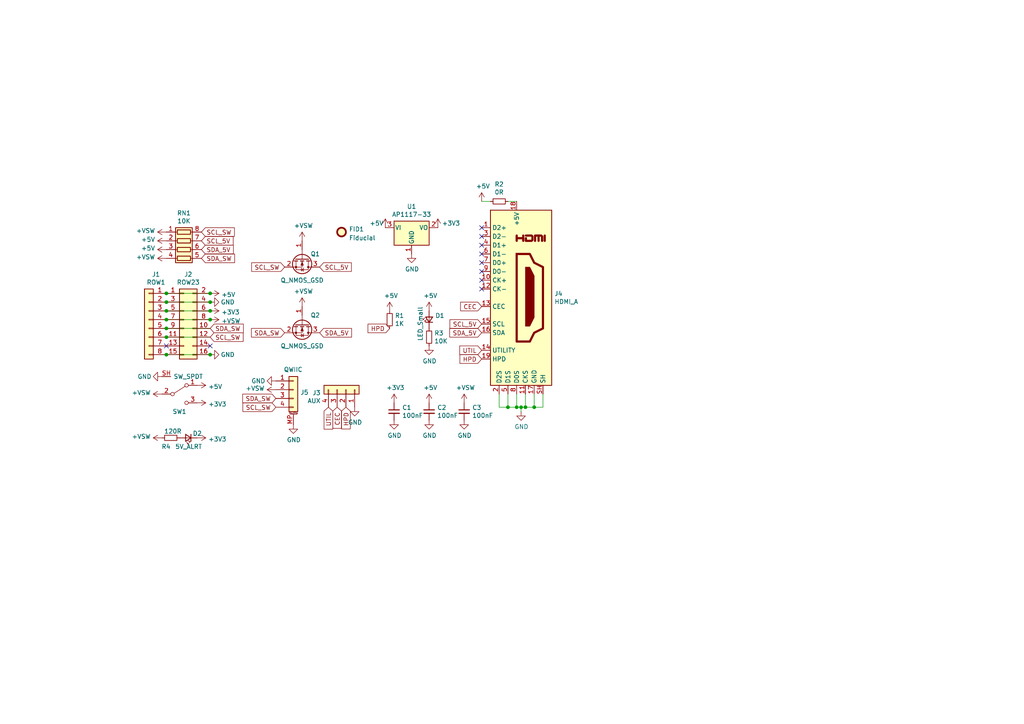
<source format=kicad_sch>
(kicad_sch (version 20211123) (generator eeschema)
  (paper "A4")
  (lib_symbols
    (symbol "Connector:HDMI_A"
      (property "Reference" "J" (at -6.35 26.67 0))
      (property "Value" "HDMI_A" (at 10.16 26.67 0))
      (symbol "HDMI_A_0_0"
        (polyline (pts (xy 8.128 16.51) (xy 8.128 18.034)) (stroke (width 0.635)))
        (polyline (pts (xy 0 16.51) (xy 0 18.034) (xy 0 17.272) (xy 1.905 17.272) (xy 1.905 18.034) (xy 1.905 16.51)) (stroke (width 0.635)))
        (polyline (pts (xy 2.667 18.034) (xy 4.318 18.034) (xy 4.572 17.78) (xy 4.572 16.764) (xy 4.318 16.51) (xy 2.667 16.51) (xy 2.667 17.272)) (stroke (width 0.635)))
      )
      (symbol "HDMI_A_0_1"
        (rectangle (start -7.62 25.4) (end 10.16 -25.4) (stroke (width 0.254)) (fill (type background)))
        (polyline (pts (xy 2.54 8.89) (xy 3.81 8.89) (xy 5.08 6.35) (xy 5.08 -5.715) (xy 3.81 -8.255) (xy 2.54 -8.255) (xy 2.54 8.89)) (fill (type outline)))
        (polyline (pts (xy 5.334 16.51) (xy 5.334 18.034) (xy 6.35 18.034) (xy 6.35 16.51) (xy 6.35 18.034) (xy 7.112 18.034) (xy 7.366 17.78) (xy 7.366 16.51)) (stroke (width 0.635)))
        (polyline (pts (xy 0 12.7) (xy 0 -12.7) (xy 3.81 -12.7) (xy 5.08 -10.16) (xy 7.62 -8.89) (xy 7.62 8.89) (xy 5.08 10.16) (xy 3.81 12.7) (xy 0 12.7)) (stroke (width 0.635)))
      )
      (symbol "HDMI_A_1_1"
        (pin passive line (at -10.16 20.32 0) (length 2.54) (name "D2+") (number "1"))
        (pin passive line (at -10.16 5.08 0) (length 2.54) (name "CK+") (number "10"))
        (pin power_in line (at 2.54 -27.94 90) (length 2.54) (name "CKS") (number "11"))
        (pin passive line (at -10.16 2.54 0) (length 2.54) (name "CK-") (number "12"))
        (pin bidirectional line (at -10.16 -2.54 0) (length 2.54) (name "CEC") (number "13"))
        (pin passive line (at -10.16 -15.24 0) (length 2.54) (name "UTILITY") (number "14"))
        (pin passive line (at -10.16 -7.62 0) (length 2.54) (name "SCL") (number "15"))
        (pin bidirectional line (at -10.16 -10.16 0) (length 2.54) (name "SDA") (number "16"))
        (pin power_in line (at 5.08 -27.94 90) (length 2.54) (name "GND") (number "17"))
        (pin power_in line (at 0 27.94 270) (length 2.54) (name "+5V") (number "18"))
        (pin passive line (at -10.16 -17.78 0) (length 2.54) (name "HPD") (number "19"))
        (pin power_in line (at -5.08 -27.94 90) (length 2.54) (name "D2S") (number "2"))
        (pin passive line (at -10.16 17.78 0) (length 2.54) (name "D2-") (number "3"))
        (pin passive line (at -10.16 15.24 0) (length 2.54) (name "D1+") (number "4"))
        (pin power_in line (at -2.54 -27.94 90) (length 2.54) (name "D1S") (number "5"))
        (pin passive line (at -10.16 12.7 0) (length 2.54) (name "D1-") (number "6"))
        (pin passive line (at -10.16 10.16 0) (length 2.54) (name "D0+") (number "7"))
        (pin power_in line (at 0 -27.94 90) (length 2.54) (name "D0S") (number "8"))
        (pin passive line (at -10.16 7.62 0) (length 2.54) (name "D0-") (number "9"))
        (pin passive line (at 7.62 -27.94 90) (length 2.54) (name "SH") (number "SH"))
      )
    )
    (symbol "Connector_Generic:Conn_01x04" (pin_names (offset 1.016) hide)
      (property "Reference" "J" (at 0 5.08 0))
      (property "Value" "Conn_01x04" (at 0 -7.62 0))
      (symbol "Conn_01x04_1_1"
        (rectangle (start -1.27 -4.953) (end 0 -5.207) (stroke (width 0.1524)))
        (rectangle (start -1.27 -2.413) (end 0 -2.667) (stroke (width 0.1524)))
        (rectangle (start -1.27 0.127) (end 0 -0.127) (stroke (width 0.1524)))
        (rectangle (start -1.27 2.667) (end 0 2.413) (stroke (width 0.1524)))
        (rectangle (start -1.27 3.81) (end 1.27 -6.35) (stroke (width 0.254)) (fill (type background)))
        (pin passive line (at -5.08 2.54 0) (length 3.81) (name "Pin_1") (number "1"))
        (pin passive line (at -5.08 0 0) (length 3.81) (name "Pin_2") (number "2"))
        (pin passive line (at -5.08 -2.54 0) (length 3.81) (name "Pin_3") (number "3"))
        (pin passive line (at -5.08 -5.08 0) (length 3.81) (name "Pin_4") (number "4"))
      )
    )
    (symbol "Connector_Generic:Conn_01x08" (pin_names (offset 1.016) hide)
      (property "Reference" "J" (at 0 10.16 0))
      (property "Value" "Conn_01x08" (at 0 -12.7 0))
      (symbol "Conn_01x08_1_1"
        (rectangle (start -1.27 -10.033) (end 0 -10.287) (stroke (width 0.1524)))
        (rectangle (start -1.27 -7.493) (end 0 -7.747) (stroke (width 0.1524)))
        (rectangle (start -1.27 -4.953) (end 0 -5.207) (stroke (width 0.1524)))
        (rectangle (start -1.27 -2.413) (end 0 -2.667) (stroke (width 0.1524)))
        (rectangle (start -1.27 0.127) (end 0 -0.127) (stroke (width 0.1524)))
        (rectangle (start -1.27 2.667) (end 0 2.413) (stroke (width 0.1524)))
        (rectangle (start -1.27 5.207) (end 0 4.953) (stroke (width 0.1524)))
        (rectangle (start -1.27 7.747) (end 0 7.493) (stroke (width 0.1524)))
        (rectangle (start -1.27 8.89) (end 1.27 -11.43) (stroke (width 0.254)) (fill (type background)))
        (pin passive line (at -5.08 7.62 0) (length 3.81) (name "Pin_1") (number "1"))
        (pin passive line (at -5.08 5.08 0) (length 3.81) (name "Pin_2") (number "2"))
        (pin passive line (at -5.08 2.54 0) (length 3.81) (name "Pin_3") (number "3"))
        (pin passive line (at -5.08 0 0) (length 3.81) (name "Pin_4") (number "4"))
        (pin passive line (at -5.08 -2.54 0) (length 3.81) (name "Pin_5") (number "5"))
        (pin passive line (at -5.08 -5.08 0) (length 3.81) (name "Pin_6") (number "6"))
        (pin passive line (at -5.08 -7.62 0) (length 3.81) (name "Pin_7") (number "7"))
        (pin passive line (at -5.08 -10.16 0) (length 3.81) (name "Pin_8") (number "8"))
      )
    )
    (symbol "Connector_Generic:Conn_02x08_Odd_Even" (pin_names (offset 1.016) hide)
      (property "Reference" "J" (at 1.27 10.16 0))
      (property "Value" "Conn_02x08_Odd_Even" (at 1.27 -12.7 0))
      (symbol "Conn_02x08_Odd_Even_1_1"
        (rectangle (start -1.27 -10.033) (end 0 -10.287) (stroke (width 0.1524)))
        (rectangle (start -1.27 -7.493) (end 0 -7.747) (stroke (width 0.1524)))
        (rectangle (start -1.27 -4.953) (end 0 -5.207) (stroke (width 0.1524)))
        (rectangle (start -1.27 -2.413) (end 0 -2.667) (stroke (width 0.1524)))
        (rectangle (start -1.27 0.127) (end 0 -0.127) (stroke (width 0.1524)))
        (rectangle (start -1.27 2.667) (end 0 2.413) (stroke (width 0.1524)))
        (rectangle (start -1.27 5.207) (end 0 4.953) (stroke (width 0.1524)))
        (rectangle (start -1.27 7.747) (end 0 7.493) (stroke (width 0.1524)))
        (rectangle (start -1.27 8.89) (end 3.81 -11.43) (stroke (width 0.254)) (fill (type background)))
        (rectangle (start 3.81 -10.033) (end 2.54 -10.287) (stroke (width 0.1524)))
        (rectangle (start 3.81 -7.493) (end 2.54 -7.747) (stroke (width 0.1524)))
        (rectangle (start 3.81 -4.953) (end 2.54 -5.207) (stroke (width 0.1524)))
        (rectangle (start 3.81 -2.413) (end 2.54 -2.667) (stroke (width 0.1524)))
        (rectangle (start 3.81 0.127) (end 2.54 -0.127) (stroke (width 0.1524)))
        (rectangle (start 3.81 2.667) (end 2.54 2.413) (stroke (width 0.1524)))
        (rectangle (start 3.81 5.207) (end 2.54 4.953) (stroke (width 0.1524)))
        (rectangle (start 3.81 7.747) (end 2.54 7.493) (stroke (width 0.1524)))
        (pin passive line (at -5.08 7.62 0) (length 3.81) (name "Pin_1") (number "1"))
        (pin passive line (at 7.62 -2.54 180) (length 3.81) (name "Pin_10") (number "10"))
        (pin passive line (at -5.08 -5.08 0) (length 3.81) (name "Pin_11") (number "11"))
        (pin passive line (at 7.62 -5.08 180) (length 3.81) (name "Pin_12") (number "12"))
        (pin passive line (at -5.08 -7.62 0) (length 3.81) (name "Pin_13") (number "13"))
        (pin passive line (at 7.62 -7.62 180) (length 3.81) (name "Pin_14") (number "14"))
        (pin passive line (at -5.08 -10.16 0) (length 3.81) (name "Pin_15") (number "15"))
        (pin passive line (at 7.62 -10.16 180) (length 3.81) (name "Pin_16") (number "16"))
        (pin passive line (at 7.62 7.62 180) (length 3.81) (name "Pin_2") (number "2"))
        (pin passive line (at -5.08 5.08 0) (length 3.81) (name "Pin_3") (number "3"))
        (pin passive line (at 7.62 5.08 180) (length 3.81) (name "Pin_4") (number "4"))
        (pin passive line (at -5.08 2.54 0) (length 3.81) (name "Pin_5") (number "5"))
        (pin passive line (at 7.62 2.54 180) (length 3.81) (name "Pin_6") (number "6"))
        (pin passive line (at -5.08 0 0) (length 3.81) (name "Pin_7") (number "7"))
        (pin passive line (at 7.62 0 180) (length 3.81) (name "Pin_8") (number "8"))
        (pin passive line (at -5.08 -2.54 0) (length 3.81) (name "Pin_9") (number "9"))
      )
    )
    (symbol "Connector_Generic_MountingPin:Conn_01x04_MountingPin" (pin_names (offset 1.016) hide)
      (property "Reference" "J" (at 0 5.08 0))
      (property "Value" "Conn_01x04_MountingPin" (at 1.27 -7.62 0))
      (symbol "Conn_01x04_MountingPin_1_1"
        (rectangle (start -1.27 -4.953) (end 0 -5.207) (stroke (width 0.1524)))
        (rectangle (start -1.27 -2.413) (end 0 -2.667) (stroke (width 0.1524)))
        (rectangle (start -1.27 0.127) (end 0 -0.127) (stroke (width 0.1524)))
        (rectangle (start -1.27 2.667) (end 0 2.413) (stroke (width 0.1524)))
        (rectangle (start -1.27 3.81) (end 1.27 -6.35) (stroke (width 0.254)) (fill (type background)))
        (polyline (pts (xy -1.016 -7.112) (xy 1.016 -7.112)) (stroke (width 0.1524)))
        (text "Mounting" (at 0 -6.731 0) (effects (font (size 0.381 0.381))))
        (pin passive line (at -5.08 2.54 0) (length 3.81) (name "Pin_1") (number "1"))
        (pin passive line (at -5.08 0 0) (length 3.81) (name "Pin_2") (number "2"))
        (pin passive line (at -5.08 -2.54 0) (length 3.81) (name "Pin_3") (number "3"))
        (pin passive line (at -5.08 -5.08 0) (length 3.81) (name "Pin_4") (number "4"))
        (pin passive line (at 0 -10.16 90) (length 3.048) (name "MountPin") (number "MP"))
      )
    )
    (symbol "Device:C_Small" (pin_numbers hide) (pin_names (offset 0.254) hide)
      (property "Reference" "C" (at 0.254 1.778 0))
      (property "Value" "C_Small" (at 0.254 -2.032 0))
      (symbol "C_Small_0_1"
        (polyline (pts (xy -1.524 -0.508) (xy 1.524 -0.508)) (stroke (width 0.3302)))
        (polyline (pts (xy -1.524 0.508) (xy 1.524 0.508)) (stroke (width 0.3048)))
      )
      (symbol "C_Small_1_1"
        (pin passive line (at 0 2.54 270) (length 2.032) (name "~") (number "1"))
        (pin passive line (at 0 -2.54 90) (length 2.032) (name "~") (number "2"))
      )
    )
    (symbol "Device:LED_Small" (pin_numbers hide) (pin_names (offset 0.254) hide)
      (property "Reference" "D" (at -1.27 3.175 0))
      (property "Value" "LED_Small" (at -4.445 -2.54 0))
      (symbol "LED_Small_0_1"
        (polyline (pts (xy -0.762 -1.016) (xy -0.762 1.016)) (stroke (width 0.254)))
        (polyline (pts (xy 1.016 0) (xy -0.762 0)))
        (polyline (pts (xy 0.762 -1.016) (xy -0.762 0) (xy 0.762 1.016) (xy 0.762 -1.016)) (stroke (width 0.254)))
        (polyline (pts (xy 0 0.762) (xy -0.508 1.27) (xy -0.254 1.27) (xy -0.508 1.27) (xy -0.508 1.016)))
        (polyline (pts (xy 0.508 1.27) (xy 0 1.778) (xy 0.254 1.778) (xy 0 1.778) (xy 0 1.524)))
      )
      (symbol "LED_Small_1_1"
        (pin passive line (at -2.54 0 0) (length 1.778) (name "K") (number "1"))
        (pin passive line (at 2.54 0 180) (length 1.778) (name "A") (number "2"))
      )
    )
    (symbol "Device:Q_NMOS_GSD" (pin_names (offset 0) hide)
      (property "Reference" "Q" (at 5.08 1.27 0))
      (property "Value" "Q_NMOS_GSD" (at 5.08 -1.27 0))
      (symbol "Q_NMOS_GSD_0_1"
        (polyline (pts (xy 0.254 0) (xy -2.54 0)))
        (polyline (pts (xy 0.254 1.905) (xy 0.254 -1.905)) (stroke (width 0.254)))
        (polyline (pts (xy 0.762 -1.27) (xy 0.762 -2.286)) (stroke (width 0.254)))
        (polyline (pts (xy 0.762 0.508) (xy 0.762 -0.508)) (stroke (width 0.254)))
        (polyline (pts (xy 0.762 2.286) (xy 0.762 1.27)) (stroke (width 0.254)))
        (polyline (pts (xy 2.54 2.54) (xy 2.54 1.778)))
        (polyline (pts (xy 2.54 -2.54) (xy 2.54 0) (xy 0.762 0)))
        (polyline (pts (xy 0.762 -1.778) (xy 3.302 -1.778) (xy 3.302 1.778) (xy 0.762 1.778)))
        (polyline (pts (xy 1.016 0) (xy 2.032 0.381) (xy 2.032 -0.381) (xy 1.016 0)) (fill (type outline)))
        (polyline (pts (xy 2.794 0.508) (xy 2.921 0.381) (xy 3.683 0.381) (xy 3.81 0.254)))
        (polyline (pts (xy 3.302 0.381) (xy 2.921 -0.254) (xy 3.683 -0.254) (xy 3.302 0.381)))
        (circle (center 1.651 0) (radius 2.794) (stroke (width 0.254)))
        (circle (center 2.54 -1.778) (radius 0.254) (fill (type outline)))
        (circle (center 2.54 1.778) (radius 0.254) (fill (type outline)))
      )
      (symbol "Q_NMOS_GSD_1_1"
        (pin input line (at -5.08 0 0) (length 2.54) (name "G") (number "1"))
        (pin passive line (at 2.54 -5.08 90) (length 2.54) (name "S") (number "2"))
        (pin passive line (at 2.54 5.08 270) (length 2.54) (name "D") (number "3"))
      )
    )
    (symbol "Device:R_Pack04" (pin_names (offset 0) hide)
      (property "Reference" "RN" (at -7.62 0 90))
      (property "Value" "R_Pack04" (at 5.08 0 90))
      (symbol "R_Pack04_0_1"
        (rectangle (start -6.35 -2.413) (end 3.81 2.413) (stroke (width 0.254)) (fill (type background)))
        (rectangle (start -5.715 1.905) (end -4.445 -1.905) (stroke (width 0.254)))
        (rectangle (start -3.175 1.905) (end -1.905 -1.905) (stroke (width 0.254)))
        (rectangle (start -0.635 1.905) (end 0.635 -1.905) (stroke (width 0.254)))
        (polyline (pts (xy -5.08 -2.54) (xy -5.08 -1.905)))
        (polyline (pts (xy -5.08 1.905) (xy -5.08 2.54)))
        (polyline (pts (xy -2.54 -2.54) (xy -2.54 -1.905)))
        (polyline (pts (xy -2.54 1.905) (xy -2.54 2.54)))
        (polyline (pts (xy 0 -2.54) (xy 0 -1.905)))
        (polyline (pts (xy 0 1.905) (xy 0 2.54)))
        (polyline (pts (xy 2.54 -2.54) (xy 2.54 -1.905)))
        (polyline (pts (xy 2.54 1.905) (xy 2.54 2.54)))
        (rectangle (start 1.905 1.905) (end 3.175 -1.905) (stroke (width 0.254)))
      )
      (symbol "R_Pack04_1_1"
        (pin passive line (at -5.08 -5.08 90) (length 2.54) (name "R1.1") (number "1"))
        (pin passive line (at -2.54 -5.08 90) (length 2.54) (name "R2.1") (number "2"))
        (pin passive line (at 0 -5.08 90) (length 2.54) (name "R3.1") (number "3"))
        (pin passive line (at 2.54 -5.08 90) (length 2.54) (name "R4.1") (number "4"))
        (pin passive line (at 2.54 5.08 270) (length 2.54) (name "R4.2") (number "5"))
        (pin passive line (at 0 5.08 270) (length 2.54) (name "R3.2") (number "6"))
        (pin passive line (at -2.54 5.08 270) (length 2.54) (name "R2.2") (number "7"))
        (pin passive line (at -5.08 5.08 270) (length 2.54) (name "R1.2") (number "8"))
      )
    )
    (symbol "Device:R_Small" (pin_numbers hide) (pin_names (offset 0.254) hide)
      (property "Reference" "R" (at 0.762 0.508 0))
      (property "Value" "R_Small" (at 0.762 -1.016 0))
      (symbol "R_Small_0_1"
        (rectangle (start -0.762 1.778) (end 0.762 -1.778) (stroke (width 0.2032)))
      )
      (symbol "R_Small_1_1"
        (pin passive line (at 0 2.54 270) (length 0.762) (name "~") (number "1"))
        (pin passive line (at 0 -2.54 90) (length 0.762) (name "~") (number "2"))
      )
    )
    (symbol "Mechanical:Fiducial"
      (property "Reference" "FID" (at 0 5.08 0))
      (property "Value" "Fiducial" (at 0 3.175 0))
      (symbol "Fiducial_0_1"
        (circle (center 0 0) (radius 1.27) (stroke (width 0.508)) (fill (type background)))
      )
    )
    (symbol "Regulator_Linear:AP1117-33" (pin_names (offset 0.254))
      (property "Reference" "U" (at -3.81 3.175 0))
      (property "Value" "AP1117-33" (at 0 3.175 0))
      (symbol "AP1117-33_0_1"
        (rectangle (start -5.08 -5.08) (end 5.08 1.905) (stroke (width 0.254)) (fill (type background)))
      )
      (symbol "AP1117-33_1_1"
        (pin power_in line (at 0 -7.62 90) (length 2.54) (name "GND") (number "1"))
        (pin power_out line (at 7.62 0 180) (length 2.54) (name "VO") (number "2"))
        (pin power_in line (at -7.62 0 0) (length 2.54) (name "VI") (number "3"))
      )
    )
    (symbol "hdmi_i2c_breakout-rescue:+3.3V-power" (power) (pin_names (offset 0))
      (property "Value" "+3.3V-power" (at 0 3.556 0))
      (symbol "+3.3V-power_0_1"
        (polyline (pts (xy -0.762 1.27) (xy 0 2.54)))
        (polyline (pts (xy 0 0) (xy 0 2.54)))
        (polyline (pts (xy 0 2.54) (xy 0.762 1.27)))
      )
      (symbol "+3.3V-power_1_1"
        (pin power_in line (at 0 0 90) (length 0) hide (name "+3V3") (number "1"))
      )
    )
    (symbol "power:+5V" (power) (pin_names (offset 0))
      (property "Value" "+5V" (at 0 3.556 0))
      (symbol "+5V_0_1"
        (polyline (pts (xy -0.762 1.27) (xy 0 2.54)))
        (polyline (pts (xy 0 0) (xy 0 2.54)))
        (polyline (pts (xy 0 2.54) (xy 0.762 1.27)))
      )
      (symbol "+5V_1_1"
        (pin power_in line (at 0 0 90) (length 0) hide (name "+5V") (number "1"))
      )
    )
    (symbol "power:+VSW" (power) (pin_names (offset 0))
      (property "Value" "+VSW" (at 0 3.556 0))
      (symbol "+VSW_0_1"
        (polyline (pts (xy -0.762 1.27) (xy 0 2.54)))
        (polyline (pts (xy 0 0) (xy 0 2.54)))
        (polyline (pts (xy 0 2.54) (xy 0.762 1.27)))
      )
      (symbol "+VSW_1_1"
        (pin power_in line (at 0 0 90) (length 0) hide (name "+VSW") (number "1"))
      )
    )
    (symbol "power:GND" (power) (pin_names (offset 0))
      (property "Value" "GND" (at 0 -3.81 0))
      (symbol "GND_0_1"
        (polyline (pts (xy 0 0) (xy 0 -1.27) (xy 1.27 -1.27) (xy 0 -2.54) (xy -1.27 -1.27) (xy 0 -1.27)))
      )
      (symbol "GND_1_1"
        (pin power_in line (at 0 0 270) (length 0) hide (name "GND") (number "1"))
      )
    )
    (symbol "sw_spdt_sh:SW_SPDT" (pin_names (offset 0) hide)
      (property "Reference" "SW" (at 0 4.318 0))
      (property "Value" "SW_SPDT" (at 0 -5.08 0))
      (symbol "SW_SPDT_0_0"
        (circle (center -2.032 0) (radius 0.508))
        (circle (center 2.032 -2.54) (radius 0.508))
      )
      (symbol "SW_SPDT_0_1"
        (polyline (pts (xy -1.524 0.254) (xy 1.651 2.286)))
        (circle (center 2.032 2.54) (radius 0.508))
      )
      (symbol "SW_SPDT_1_1"
        (pin passive line (at 5.08 2.54 180) (length 2.54) (name "A") (number "1"))
        (pin passive line (at -5.08 0 0) (length 2.54) (name "B") (number "2"))
        (pin passive line (at 5.08 -2.54 180) (length 2.54) (name "C") (number "3"))
        (pin input line (at -5.08 5.08 0) (length 2.54) (name "SH") (number "SH"))
      )
    )
  )
  (junction (at 48.26 90.17))
  (junction (at 60.96 85.09))
  (junction (at 60.96 92.71))
  (junction (at 154.94 118.11))
  (junction (at 149.86 118.11))
  (junction (at 60.96 90.17))
  (junction (at 48.26 97.79))
  (junction (at 152.4 118.11))
  (junction (at 48.26 102.87))
  (junction (at 48.26 85.09))
  (junction (at 60.96 87.63))
  (junction (at 151.13 118.11))
  (junction (at 48.26 92.71))
  (junction (at 60.96 102.87))
  (junction (at 147.32 118.11))
  (junction (at 48.26 87.63))
  (junction (at 48.26 95.25))
  (no_connect (at 48.26 100.33))
  (no_connect (at 139.7 78.74))
  (no_connect (at 139.7 68.58))
  (no_connect (at 139.7 71.12))
  (no_connect (at 139.7 76.2))
  (no_connect (at 139.7 66.04))
  (no_connect (at 139.7 83.82))
  (no_connect (at 139.7 73.66))
  (no_connect (at 60.96 100.33))
  (no_connect (at 139.7 81.28))
  (wire (pts (xy 60.96 85.09) (xy 48.26 85.09)))
  (wire (pts (xy 151.13 118.11) (xy 152.4 118.11)))
  (wire (pts (xy 149.86 114.3) (xy 149.86 118.11)))
  (wire (pts (xy 147.32 118.11) (xy 149.86 118.11)))
  (wire (pts (xy 48.26 92.71) (xy 60.96 92.71)))
  (wire (pts (xy 147.32 114.3) (xy 147.32 118.11)))
  (wire (pts (xy 149.86 118.11) (xy 151.13 118.11)))
  (wire (pts (xy 154.94 118.11) (xy 157.48 118.11)))
  (wire (pts (xy 157.48 118.11) (xy 157.48 114.3)))
  (wire (pts (xy 142.24 58.42) (xy 139.7 58.42)))
  (wire (pts (xy 154.94 114.3) (xy 154.94 118.11)))
  (wire (pts (xy 48.26 95.25) (xy 60.96 95.25)))
  (wire (pts (xy 48.26 87.63) (xy 60.96 87.63)))
  (wire (pts (xy 152.4 114.3) (xy 152.4 118.11)))
  (wire (pts (xy 144.78 118.11) (xy 144.78 114.3)))
  (wire (pts (xy 152.4 118.11) (xy 154.94 118.11)))
  (wire (pts (xy 147.32 58.42) (xy 149.86 58.42)))
  (wire (pts (xy 60.96 90.17) (xy 48.26 90.17)))
  (wire (pts (xy 151.13 119.38) (xy 151.13 118.11)))
  (wire (pts (xy 144.78 118.11) (xy 147.32 118.11)))
  (wire (pts (xy 60.96 97.79) (xy 48.26 97.79)))
  (wire (pts (xy 60.96 102.87) (xy 48.26 102.87)))
  (global_label "UTIL" (shape input) (at 139.7 101.6 180) (property "Intersheet References" "${INTERSHEET_REFS}" (effects hide)))
  (global_label "SDA_SW" (shape input) (at 58.42 74.93 0) (property "Intersheet References" "${INTERSHEET_REFS}" (effects hide)))
  (global_label "SCL_SW" (shape input) (at 80.01 118.11 180) (property "Intersheet References" "${INTERSHEET_REFS}" (effects hide)))
  (global_label "HPD" (shape input) (at 113.03 95.25 180) (property "Intersheet References" "${INTERSHEET_REFS}" (effects hide)))
  (global_label "HPD" (shape input) (at 100.33 118.11 270) (property "Intersheet References" "${INTERSHEET_REFS}" (effects hide)))
  (global_label "UTIL" (shape input) (at 95.25 118.11 270) (property "Intersheet References" "${INTERSHEET_REFS}" (effects hide)))
  (global_label "SDA_5V" (shape input) (at 92.71 96.52 0) (property "Intersheet References" "${INTERSHEET_REFS}" (effects hide)))
  (global_label "SDA_5V" (shape input) (at 58.42 72.39 0) (property "Intersheet References" "${INTERSHEET_REFS}" (effects hide)))
  (global_label "SDA_SW" (shape input) (at 60.96 95.25 0) (property "Intersheet References" "${INTERSHEET_REFS}" (effects hide)))
  (global_label "SDA_5V" (shape input) (at 139.7 96.52 180) (property "Intersheet References" "${INTERSHEET_REFS}" (effects hide)))
  (global_label "SDA_SW" (shape input) (at 80.01 115.57 180) (property "Intersheet References" "${INTERSHEET_REFS}" (effects hide)))
  (global_label "HPD" (shape input) (at 139.7 104.14 180) (property "Intersheet References" "${INTERSHEET_REFS}" (effects hide)))
  (global_label "CEC" (shape input) (at 139.7 88.9 180) (property "Intersheet References" "${INTERSHEET_REFS}" (effects hide)))
  (global_label "SCL_5V" (shape input) (at 92.71 77.47 0) (property "Intersheet References" "${INTERSHEET_REFS}" (effects hide)))
  (global_label "SDA_SW" (shape input) (at 82.55 96.52 180) (property "Intersheet References" "${INTERSHEET_REFS}" (effects hide)))
  (global_label "CEC" (shape input) (at 97.79 118.11 270) (property "Intersheet References" "${INTERSHEET_REFS}" (effects hide)))
  (global_label "SCL_SW" (shape input) (at 60.96 97.79 0) (property "Intersheet References" "${INTERSHEET_REFS}" (effects hide)))
  (global_label "SCL_5V" (shape input) (at 139.7 93.98 180) (property "Intersheet References" "${INTERSHEET_REFS}" (effects hide)))
  (global_label "SCL_5V" (shape input) (at 58.42 69.85 0) (property "Intersheet References" "${INTERSHEET_REFS}" (effects hide)))
  (global_label "SCL_SW" (shape input) (at 82.55 77.47 180) (property "Intersheet References" "${INTERSHEET_REFS}" (effects hide)))
  (global_label "SCL_SW" (shape input) (at 58.42 67.31 0) (property "Intersheet References" "${INTERSHEET_REFS}" (effects hide)))
  (symbol (lib_id "Connector:HDMI_A") (at 149.86 86.36 0) (unit 1)
    (property "Reference" "J4" (at 160.782 85.1916 0) (effects (justify left)))
    (property "Value" "HDMI_A" (at 160.782 87.503 0) (effects (justify left)))
    (property "Footprint" "hdmi_i2c_breakout:HDMI_PLUG_SIDE" (effects hide))
    (property "Datasheet" "https://en.wikipedia.org/wiki/HDMI" (effects hide))
  )
  (symbol (lib_id "power:+5V") (at 139.7 58.42 0) (unit 1)
    (property "Reference" "#PWR0101" (effects hide))
    (property "Value" "+5V" (at 140.081 54.0258 0))
  )
  (symbol (lib_id "power:GND") (at 151.13 119.38 0) (unit 1)
    (property "Reference" "#PWR0102" (effects hide))
    (property "Value" "GND" (at 151.257 123.7742 0))
  )
  (symbol (lib_id "hdmi_i2c_breakout-rescue:+3.3V-power") (at 114.3 116.84 0) (unit 1)
    (property "Reference" "#PWR0103" (effects hide))
    (property "Value" "+3.3V" (at 114.681 112.4458 0))
  )
  (symbol (lib_id "Device:Q_NMOS_GSD") (at 87.63 74.93 270) (unit 1)
    (property "Reference" "Q1" (at 91.44 73.66 90))
    (property "Value" "Q_NMOS_GSD" (at 87.63 81.3054 90))
    (property "Footprint" "Package_TO_SOT_SMD:SOT-23" (effects hide))
  )
  (symbol (lib_id "Device:Q_NMOS_GSD") (at 87.63 93.98 270) (unit 1)
    (property "Reference" "Q2" (at 91.44 91.44 90))
    (property "Value" "Q_NMOS_GSD" (at 87.63 100.3554 90))
    (property "Footprint" "Package_TO_SOT_SMD:SOT-23" (effects hide))
  )
  (symbol (lib_id "sw_spdt_sh:SW_SPDT") (at 52.07 114.3 0) (unit 1)
    (property "Reference" "SW1" (at 52.07 119.38 0))
    (property "Value" "SW_SPDT" (at 54.61 109.22 0))
    (property "Footprint" "Button_Switch_SMD:SW_SPDT_PCM12" (effects hide))
  )
  (symbol (lib_id "power:+VSW") (at 46.99 114.3 90) (unit 1)
    (property "Reference" "#PWR0104" (effects hide))
    (property "Value" "+VSW" (at 43.7388 113.919 90) (effects (justify left)))
  )
  (symbol (lib_id "power:+5V") (at 57.15 111.76 270) (unit 1)
    (property "Reference" "#PWR0105" (effects hide))
    (property "Value" "+5V" (at 60.4012 112.141 90) (effects (justify left)))
  )
  (symbol (lib_id "hdmi_i2c_breakout-rescue:+3.3V-power") (at 57.15 116.84 270) (unit 1)
    (property "Reference" "#PWR0106" (effects hide))
    (property "Value" "+3.3V" (at 60.4012 117.221 90) (effects (justify left)))
  )
  (symbol (lib_id "power:GND") (at 102.87 118.11 0) (unit 1)
    (property "Reference" "#PWR0107" (effects hide))
    (property "Value" "GND" (at 102.997 122.5042 0))
  )
  (symbol (lib_id "Device:C_Small") (at 134.62 119.38 0) (unit 1)
    (property "Reference" "C3" (at 136.9568 118.2116 0) (effects (justify left)))
    (property "Value" "100nF" (at 136.9568 120.523 0) (effects (justify left)))
    (property "Footprint" "Capacitor_SMD:C_0805_2012Metric" (effects hide))
  )
  (symbol (lib_id "Device:C_Small") (at 124.46 119.38 0) (unit 1)
    (property "Reference" "C2" (at 126.7968 118.2116 0) (effects (justify left)))
    (property "Value" "100nF" (at 126.7968 120.523 0) (effects (justify left)))
    (property "Footprint" "Capacitor_SMD:C_0805_2012Metric" (effects hide))
  )
  (symbol (lib_id "Device:C_Small") (at 114.3 119.38 0) (unit 1)
    (property "Reference" "C1" (at 116.6368 118.2116 0) (effects (justify left)))
    (property "Value" "100nF" (at 116.6368 120.523 0) (effects (justify left)))
    (property "Footprint" "Capacitor_SMD:C_0805_2012Metric" (effects hide))
  )
  (symbol (lib_id "power:+5V") (at 124.46 116.84 0) (unit 1)
    (property "Reference" "#PWR0108" (effects hide))
    (property "Value" "+5V" (at 124.841 112.4458 0))
  )
  (symbol (lib_id "power:GND") (at 114.3 121.92 0) (unit 1)
    (property "Reference" "#PWR0109" (effects hide))
    (property "Value" "GND" (at 114.427 126.3142 0))
  )
  (symbol (lib_id "power:GND") (at 124.46 121.92 0) (unit 1)
    (property "Reference" "#PWR0110" (effects hide))
    (property "Value" "GND" (at 124.587 126.3142 0))
  )
  (symbol (lib_id "power:GND") (at 134.62 121.92 0) (unit 1)
    (property "Reference" "#PWR0111" (effects hide))
    (property "Value" "GND" (at 134.747 126.3142 0))
  )
  (symbol (lib_id "power:+VSW") (at 134.62 116.84 0) (unit 1)
    (property "Reference" "#PWR0112" (effects hide))
    (property "Value" "+VSW" (at 135.001 112.4458 0))
  )
  (symbol (lib_id "Regulator_Linear:AP1117-33") (at 119.38 66.04 0) (unit 1)
    (property "Reference" "U1" (at 119.38 59.8932 0))
    (property "Value" "AP1117-33" (at 119.38 62.2046 0))
    (property "Footprint" "Package_TO_SOT_SMD:SOT-223-3_TabPin2" (effects hide))
    (property "Datasheet" "http://www.diodes.com/datasheets/AP1117.pdf" (effects hide))
  )
  (symbol (lib_id "power:+5V") (at 111.76 66.04 0) (unit 1)
    (property "Reference" "#PWR0113" (effects hide))
    (property "Value" "+5V" (at 109.22 64.77 0))
  )
  (symbol (lib_id "hdmi_i2c_breakout-rescue:+3.3V-power") (at 127 66.04 0) (unit 1)
    (property "Reference" "#PWR0114" (effects hide))
    (property "Value" "+3.3V" (at 130.81 64.77 0))
  )
  (symbol (lib_id "power:GND") (at 119.38 73.66 0) (unit 1)
    (property "Reference" "#PWR0115" (effects hide))
    (property "Value" "GND" (at 119.507 78.0542 0))
  )
  (symbol (lib_id "Connector_Generic:Conn_02x08_Odd_Even") (at 53.34 92.71 0) (unit 1)
    (property "Reference" "J2" (at 54.61 79.5782 0))
    (property "Value" "ROW23" (at 54.61 81.8896 0))
    (property "Footprint" "Connector_PinHeader_2.54mm:PinHeader_2x08_P2.54mm_Vertical" (effects hide))
  )
  (symbol (lib_id "power:+5V") (at 60.96 85.09 270) (unit 1)
    (property "Reference" "#PWR0116" (effects hide))
    (property "Value" "+5V" (at 64.2112 85.471 90) (effects (justify left)))
  )
  (symbol (lib_id "hdmi_i2c_breakout-rescue:+3.3V-power") (at 60.96 90.17 270) (unit 1)
    (property "Reference" "#PWR0117" (effects hide))
    (property "Value" "+3.3V" (at 64.2112 90.551 90) (effects (justify left)))
  )
  (symbol (lib_id "power:+VSW") (at 60.96 92.71 270) (unit 1)
    (property "Reference" "#PWR0118" (effects hide))
    (property "Value" "+VSW" (at 64.2112 93.091 90) (effects (justify left)))
  )
  (symbol (lib_id "power:GND") (at 60.96 87.63 90) (unit 1)
    (property "Reference" "#PWR0119" (effects hide))
    (property "Value" "GND" (at 66.04 87.63 90))
  )
  (symbol (lib_id "power:GND") (at 60.96 102.87 90) (unit 1)
    (property "Reference" "#PWR0120" (effects hide))
    (property "Value" "GND" (at 66.04 102.87 90))
  )
  (symbol (lib_id "Connector_Generic:Conn_01x08") (at 43.18 92.71 0) (mirror y) (unit 1)
    (property "Reference" "J1" (at 45.2628 79.5782 0))
    (property "Value" "ROW1" (at 45.2628 81.8896 0))
    (property "Footprint" "Connector_PinHeader_2.54mm:PinHeader_1x08_P2.54mm_Vertical" (effects hide))
  )
  (symbol (lib_id "Device:R_Pack04") (at 53.34 72.39 270) (unit 1)
    (property "Reference" "RN1" (at 53.34 61.7982 90))
    (property "Value" "10K" (at 53.34 64.1096 90))
    (property "Footprint" "Resistor_SMD:R_Array_Convex_4x0603" (effects hide))
  )
  (symbol (lib_id "power:+VSW") (at 48.26 67.31 90) (unit 1)
    (property "Reference" "#PWR0121" (effects hide))
    (property "Value" "+VSW" (at 45.0088 66.929 90) (effects (justify left)))
  )
  (symbol (lib_id "power:+VSW") (at 48.26 74.93 90) (unit 1)
    (property "Reference" "#PWR0122" (effects hide))
    (property "Value" "+VSW" (at 45.0088 74.549 90) (effects (justify left)))
  )
  (symbol (lib_id "power:+5V") (at 48.26 69.85 90) (unit 1)
    (property "Reference" "#PWR0123" (effects hide))
    (property "Value" "+5V" (at 45.0088 69.469 90) (effects (justify left)))
  )
  (symbol (lib_id "power:+5V") (at 48.26 72.39 90) (unit 1)
    (property "Reference" "#PWR0124" (effects hide))
    (property "Value" "+5V" (at 45.0088 72.009 90) (effects (justify left)))
  )
  (symbol (lib_id "power:+VSW") (at 87.63 69.85 0) (unit 1)
    (property "Reference" "#PWR0125" (effects hide))
    (property "Value" "+VSW" (at 88.011 65.4558 0))
  )
  (symbol (lib_id "power:+VSW") (at 87.63 88.9 0) (unit 1)
    (property "Reference" "#PWR0126" (effects hide))
    (property "Value" "+VSW" (at 88.011 84.5058 0))
  )
  (symbol (lib_id "Connector_Generic:Conn_01x04") (at 100.33 113.03 270) (mirror x) (unit 1)
    (property "Reference" "J3" (at 93.0148 113.9444 90) (effects (justify right)))
    (property "Value" "AUX" (at 93.0148 116.2558 90) (effects (justify right)))
    (property "Footprint" "Connector_PinHeader_2.54mm:PinHeader_1x04_P2.54mm_Vertical" (effects hide))
  )
  (symbol (lib_id "Device:R_Small") (at 113.03 92.71 0) (unit 1)
    (property "Reference" "R1" (at 114.5286 91.5416 0) (effects (justify left)))
    (property "Value" "1K" (at 114.5286 93.853 0) (effects (justify left)))
    (property "Footprint" "Resistor_SMD:R_0805_2012Metric" (effects hide))
  )
  (symbol (lib_id "power:+5V") (at 113.03 90.17 0) (unit 1)
    (property "Reference" "#PWR0127" (effects hide))
    (property "Value" "+5V" (at 113.411 85.7758 0))
  )
  (symbol (lib_id "Device:R_Small") (at 144.78 58.42 270) (unit 1)
    (property "Reference" "R2" (at 144.78 53.4416 90))
    (property "Value" "0R" (at 144.78 55.753 90))
    (property "Footprint" "Resistor_SMD:R_0805_2012Metric" (effects hide))
  )
  (symbol (lib_id "power:GND") (at 46.99 109.22 270) (unit 1)
    (property "Reference" "#PWR0128" (effects hide))
    (property "Value" "GND" (at 41.91 109.22 90))
  )
  (symbol (lib_id "power:+5V") (at 124.46 90.17 0) (unit 1)
    (property "Reference" "#PWR0129" (effects hide))
    (property "Value" "+5V" (at 124.841 85.7758 0))
  )
  (symbol (lib_id "Device:LED_Small") (at 124.46 92.71 90) (unit 1)
    (property "Reference" "D1" (at 126.238 91.5416 90) (effects (justify right)))
    (property "Value" "LED_Small" (at 121.92 88.9 0) (effects (justify right)))
    (property "Footprint" "Diode_SMD:D_0805_2012Metric" (effects hide))
  )
  (symbol (lib_id "Device:R_Small") (at 124.46 97.79 0) (unit 1)
    (property "Reference" "R3" (at 125.9586 96.6216 0) (effects (justify left)))
    (property "Value" "10K" (at 125.9586 98.933 0) (effects (justify left)))
    (property "Footprint" "Resistor_SMD:R_0805_2012Metric" (effects hide))
  )
  (symbol (lib_id "power:GND") (at 124.46 100.33 0) (unit 1)
    (property "Reference" "#PWR0130" (effects hide))
    (property "Value" "GND" (at 124.587 104.7242 0))
  )
  (symbol (lib_id "hdmi_i2c_breakout-rescue:+3.3V-power") (at 57.15 127 270) (unit 1)
    (property "Reference" "#PWR0132" (effects hide))
    (property "Value" "+3.3V" (at 60.4012 127.381 90) (effects (justify left)))
  )
  (symbol (lib_id "power:GND") (at 80.01 110.49 270) (unit 1)
    (property "Reference" "#PWR0134" (effects hide))
    (property "Value" "GND" (at 74.93 110.49 90))
  )
  (symbol (lib_id "Device:LED_Small") (at 54.61 127 180) (unit 1)
    (property "Reference" "D2" (at 55.88 125.73 0) (effects (justify right)))
    (property "Value" "5V_ALRT" (at 50.8 129.54 0) (effects (justify right)))
    (property "Footprint" "Diode_SMD:D_0805_2012Metric" (effects hide))
  )
  (symbol (lib_id "Connector_Generic_MountingPin:Conn_01x04_MountingPin") (at 85.09 113.03 0) (unit 1)
    (property "Reference" "J5" (at 87.122 113.8209 0) (effects (justify left)))
    (property "Value" "QWIIC" (at 82.296 107.188 0) (effects (justify left)))
    (property "Footprint" "Connector_JST:JST_SH_SM04B-SRSS-TB_1x04-1MP_P1.00mm_Horizontal" (effects hide))
  )
  (symbol (lib_id "Mechanical:Fiducial") (at 99.06 67.31 0) (unit 1)
    (property "Reference" "FID1" (at 101.219 66.4753 0) (effects (justify left)))
    (property "Value" "Fiducial" (at 101.219 69.0122 0) (effects (justify left)))
    (property "Footprint" "Fiducial:Fiducial_1mm_Mask2mm" (effects hide))
  )
  (symbol (lib_id "Device:R_Small") (at 49.53 127 90) (unit 1)
    (property "Reference" "R4" (at 49.53 129.54 90) (effects (justify left)))
    (property "Value" "120R" (at 52.705 125.095 90) (effects (justify left)))
    (property "Footprint" "Resistor_SMD:R_0603_1608Metric" (effects hide))
  )
  (symbol (lib_id "power:GND") (at 85.09 123.19 0) (unit 1)
    (property "Reference" "#PWR0133" (effects hide))
    (property "Value" "GND" (at 85.217 127.5842 0))
  )
  (symbol (lib_id "power:+VSW") (at 46.99 127 90) (unit 1)
    (property "Reference" "#PWR0131" (effects hide))
    (property "Value" "+VSW" (at 43.7388 126.619 90) (effects (justify left)))
  )
  (symbol (lib_id "power:+VSW") (at 80.01 113.03 90) (unit 1)
    (property "Reference" "#PWR0135" (effects hide))
    (property "Value" "+VSW" (at 76.7588 112.649 90) (effects (justify left)))
  )
)
</source>
